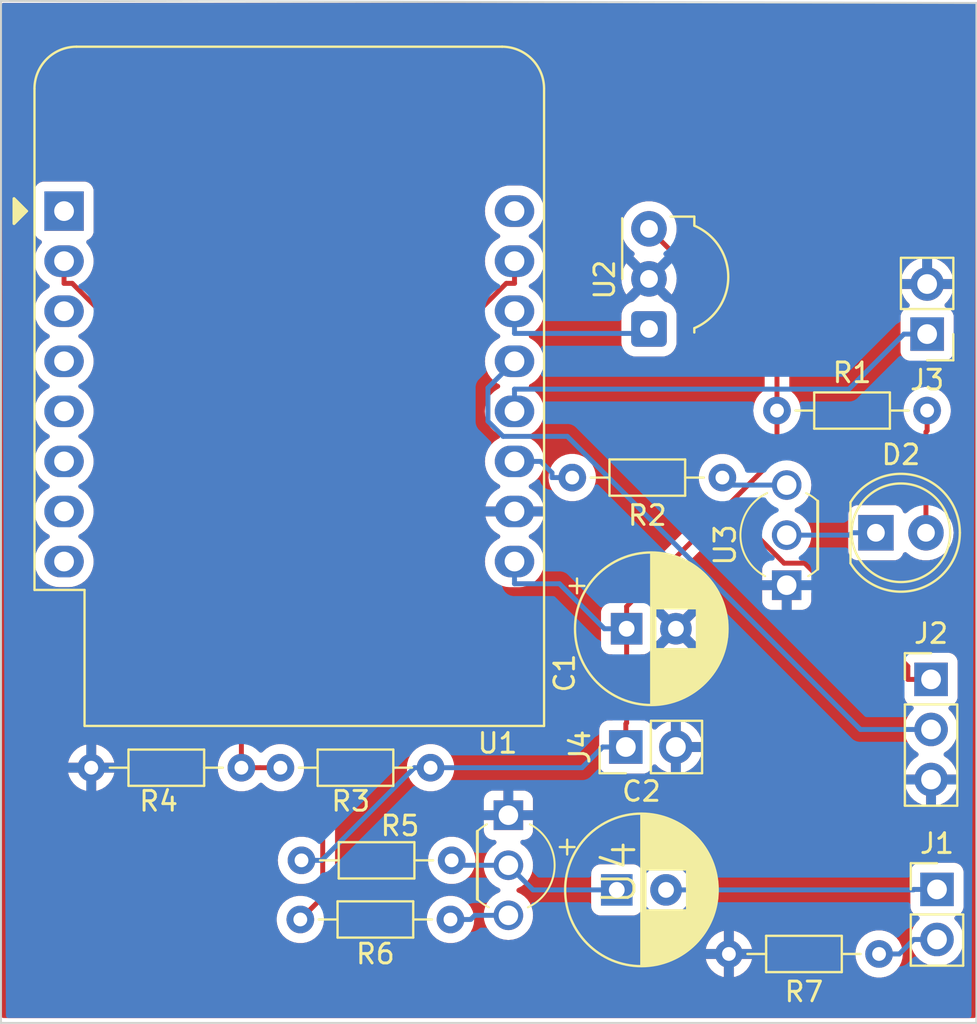
<source format=kicad_pcb>
(kicad_pcb (version 20221018) (generator pcbnew)
  (title_block (comment 4 "AISLER Project ID: QRQNUXDJ"))
  (layers (0 "F.Cu" signal) (31 "B.Cu" signal) (34 "B.Paste" user) (35 "F.Paste" user) (36 "B.SilkS" user "B.Silkscreen") (37 "F.SilkS" user "F.Silkscreen") (38 "B.Mask" user) (39 "F.Mask" user) (44 "Edge.Cuts" user))
  (net 0 "")
  (net 1 "+5V")
  (net 2 "GND")
  (net 3 "Net-(D2-K)")
  (net 4 "Net-(D2-A)")
  (net 5 "Net-(J2-Pin_2)")
  (net 6 "Net-(J3-Pin_1)")
  (net 7 "Net-(U4-C)")
  (net 8 "Net-(U1-D4)")
  (net 9 "Net-(U1-A0)")
  (net 14 "Net-(U3-B)")
  (net 17 "Net-(U1-SCL{slash}D1)")
  (net 18 "Net-(U1-RX)")
  (net 20 "Net-(J1-Pin_1)")
  (net 21 "Net-(J1-Pin_2)")
  (net 22 "Net-(U4-B)")
  (footprint "Connector_PinHeader_2.54mm:PinHeader_1x02_P2.54mm_Vertical" (layer "F.Cu") (at 113.71 88.75 90)
    (fp_text reference "J4" (at 0 -2.33 90) (layer "F.SilkS"))
    (fp_text value "Conn_01x02" hide)
    (pad "1" thru_hole rect (at 0 0 90) (size 1.7 1.7) (drill 1) (layers "*.Cu" "*.Mask") (net 1 "+5V"))
    (pad "2" thru_hole oval (at 0 2.54 90) (size 1.7 1.7) (drill 1) (layers "*.Cu" "*.Mask") (net 2 "GND"))
  )
  (footprint "Capacitor_THT:CP_Radial_D7.5mm_P2.50mm" (layer "F.Cu") (at 113.75 82.75)
    (fp_text reference "C1" (at -3.15 2.25 90) (layer "F.SilkS"))
    (fp_text value "C_Polarized" hide)
    (pad "1" thru_hole rect (at 0 0) (size 1.6 1.6) (drill 0.8) (layers "*.Cu" "*.Mask") (net 1 "+5V"))
    (pad "2" thru_hole circle (at 2.5 0) (size 1.6 1.6) (drill 0.8) (layers "*.Cu" "*.Mask") (net 2 "GND"))
  )
  (footprint "Connector_PinHeader_2.54mm:PinHeader_1x02_P2.54mm_Vertical" (layer "F.Cu") (at 129 67.8 180)
    (fp_text reference "J3" (at 0 -2.33) (layer "F.SilkS"))
    (fp_text value "Conn_01x02" hide)
    (pad "1" thru_hole rect (at 0 0 180) (size 1.7 1.7) (drill 1) (layers "*.Cu" "*.Mask") (net 6 "Net-(J3-Pin_1)"))
    (pad "2" thru_hole oval (at 0 2.54 180) (size 1.7 1.7) (drill 1) (layers "*.Cu" "*.Mask") (net 2 "GND"))
  )
  (footprint "Connector_PinHeader_2.54mm:PinHeader_1x03_P2.54mm_Vertical" (layer "F.Cu") (at 129.2 85.32)
    (fp_text reference "J2" (at 0 -2.33) (layer "F.SilkS"))
    (fp_text value "Conn_01x03" hide)
    (pad "1" thru_hole rect (at 0 0) (size 1.7 1.7) (drill 1) (layers "*.Cu" "*.Mask") (net 1 "+5V"))
    (pad "2" thru_hole oval (at 0 2.54) (size 1.7 1.7) (drill 1) (layers "*.Cu" "*.Mask") (net 5 "Net-(J2-Pin_2)"))
    (pad "3" thru_hole oval (at 0 5.08) (size 1.7 1.7) (drill 1) (layers "*.Cu" "*.Mask") (net 2 "GND"))
  )
  (footprint "Module:WEMOS_D1_mini_light" (layer "F.Cu") (at 85.2 61.56)
    (fp_text reference "U1" (at 22 27) (layer "F.SilkS"))
    (fp_text value "WeMos_D1_mini")
    (pad "1" thru_hole rect (at 0 0) (size 2 2) (drill 1) (layers "*.Cu" "*.Mask"))
    (pad "2" thru_hole oval (at 0 2.54) (size 2 1.6) (drill 1) (layers "*.Cu" "*.Mask") (net 9 "Net-(U1-A0)"))
    (pad "3" thru_hole oval (at 0 5.08) (size 2 1.6) (drill 1) (layers "*.Cu" "*.Mask"))
    (pad "4" thru_hole oval (at 0 7.62) (size 2 1.6) (drill 1) (layers "*.Cu" "*.Mask"))
    (pad "5" thru_hole oval (at 0 10.16) (size 2 1.6) (drill 1) (layers "*.Cu" "*.Mask"))
    (pad "6" thru_hole oval (at 0 12.7) (size 2 1.6) (drill 1) (layers "*.Cu" "*.Mask"))
    (pad "7" thru_hole oval (at 0 15.24) (size 2 1.6) (drill 1) (layers "*.Cu" "*.Mask"))
    (pad "8" thru_hole oval (at 0 17.78) (size 2 1.6) (drill 1) (layers "*.Cu" "*.Mask"))
    (pad "9" thru_hole oval (at 22.86 17.78) (size 2 1.6) (drill 1) (layers "*.Cu" "*.Mask") (net 1 "+5V"))
    (pad "10" thru_hole oval (at 22.86 15.24) (size 2 1.6) (drill 1) (layers "*.Cu" "*.Mask") (net 2 "GND"))
    (pad "11" thru_hole oval (at 22.86 12.7) (size 2 1.6) (drill 1) (layers "*.Cu" "*.Mask") (net 8 "Net-(U1-D4)"))
    (pad "12" thru_hole oval (at 22.86 10.16) (size 2 1.6) (drill 1) (layers "*.Cu" "*.Mask") (net 6 "Net-(J3-Pin_1)"))
    (pad "13" thru_hole oval (at 22.86 7.62) (size 2 1.6) (drill 1) (layers "*.Cu" "*.Mask") (net 5 "Net-(J2-Pin_2)"))
    (pad "14" thru_hole oval (at 22.86 5.08) (size 2 1.6) (drill 1) (layers "*.Cu" "*.Mask") (net 17 "Net-(U1-SCL{slash}D1)"))
    (pad "15" thru_hole oval (at 22.86 2.54) (size 2 1.6) (drill 1) (layers "*.Cu" "*.Mask") (net 18 "Net-(U1-RX)"))
    (pad "16" thru_hole oval (at 22.86 0) (size 2 1.6) (drill 1) (layers "*.Cu" "*.Mask"))
  )
  (footprint "Connector_PinHeader_2.54mm:PinHeader_1x02_P2.54mm_Vertical" (layer "F.Cu") (at 129.5 95.975)
    (fp_text reference "J1" (at 0 -2.33) (layer "F.SilkS"))
    (fp_text value "Conn_01x02" hide)
    (pad "1" thru_hole rect (at 0 0) (size 1.7 1.7) (drill 1) (layers "*.Cu" "*.Mask") (net 20 "Net-(J1-Pin_1)"))
    (pad "2" thru_hole oval (at 0 2.54) (size 1.7 1.7) (drill 1) (layers "*.Cu" "*.Mask") (net 21 "Net-(J1-Pin_2)"))
  )
  (footprint "OptoDevice:Vishay_MOLD-3Pin" (layer "F.Cu") (at 114.885 67.54 90)
    (fp_text reference "U2" (at 2.5 -2.25 90) (layer "F.SilkS"))
    (fp_text value "TSOP348xx" hide)
    (pad "1" thru_hole roundrect (at 0 0 90) (size 1.8 1.8) (drill 0.9) (layers "*.Cu" "*.Mask") (roundrect_rratio 0.138) (net 17 "Net-(U1-SCL{slash}D1)"))
    (pad "2" thru_hole circle (at 2.54 0 90) (size 1.8 1.8) (drill 0.9) (layers "*.Cu" "*.Mask") (net 2 "GND"))
    (pad "3" thru_hole circle (at 5.08 0 90) (size 1.8 1.8) (drill 0.9) (layers "*.Cu" "*.Mask") (net 1 "+5V"))
  )
  (footprint "Resistor_THT:R_Axial_DIN0204_L3.6mm_D1.6mm_P7.62mm_Horizontal" (layer "F.Cu") (at 121.38 71.68)
    (fp_text reference "R1" (at 3.81 -1.92) (layer "F.SilkS"))
    (fp_text value "R" hide)
    (pad "1" thru_hole circle (at 0 0) (size 1.4 1.4) (drill 0.7) (layers "*.Cu" "*.Mask") (net 1 "+5V"))
    (pad "2" thru_hole oval (at 7.62 0) (size 1.4 1.4) (drill 0.7) (layers "*.Cu" "*.Mask") (net 4 "Net-(D2-A)"))
  )
  (footprint "Resistor_THT:R_Axial_DIN0204_L3.6mm_D1.6mm_P7.62mm_Horizontal" (layer "F.Cu") (at 97.19 97.5)
    (fp_text reference "R5" (at 5.06 -4.75) (layer "F.SilkS"))
    (fp_text value "R" hide)
    (pad "1" thru_hole circle (at 0 0) (size 1.4 1.4) (drill 0.7) (layers "*.Cu" "*.Mask") (net 18 "Net-(U1-RX)"))
    (pad "2" thru_hole oval (at 7.62 0) (size 1.4 1.4) (drill 0.7) (layers "*.Cu" "*.Mask") (net 22 "Net-(U4-B)"))
  )
  (footprint "LED_THT:LED_D5.0mm_IRGrey" (layer "F.Cu") (at 126.4 77.88)
    (fp_text reference "D2" (at 1.27 -3.96) (layer "F.SilkS"))
    (fp_text value "LED" hide)
    (pad "1" thru_hole rect (at 0 0) (size 1.8 1.8) (drill 0.9) (layers "*.Cu" "*.Mask") (net 3 "Net-(D2-K)"))
    (pad "2" thru_hole circle (at 2.54 0) (size 1.8 1.8) (drill 0.9) (layers "*.Cu" "*.Mask") (net 4 "Net-(D2-A)"))
  )
  (footprint "Resistor_THT:R_Axial_DIN0204_L3.6mm_D1.6mm_P7.62mm_Horizontal" (layer "F.Cu") (at 126.56 99.25 180)
    (fp_text reference "R7" (at 3.81 -1.92) (layer "F.SilkS"))
    (fp_text value "R" hide)
    (pad "1" thru_hole circle (at 0 0 180) (size 1.4 1.4) (drill 0.7) (layers "*.Cu" "*.Mask") (net 21 "Net-(J1-Pin_2)"))
    (pad "2" thru_hole oval (at 7.62 0 180) (size 1.4 1.4) (drill 0.7) (layers "*.Cu" "*.Mask") (net 2 "GND"))
  )
  (footprint "kicadtmp1:TO254P508X787-3" (layer "F.Cu") (at 107.75 97.29 -90)
    (fp_text reference "U4" (at -2.160135 -5.616385 90) (layer "F.SilkS") (effects (font (size 1.640874 1.640874))))
    (fp_text value "BC637" hide)
    (pad "1" thru_hole rect (at -5.08 0 270) (size 1.4986 1.4986) (drill 0.9906) (layers "*.Cu" "*.Mask") (net 2 "GND"))
    (pad "2" thru_hole circle (at -2.54 0 270) (size 1.4986 1.4986) (drill 0.9906) (layers "*.Cu" "*.Mask") (net 7 "Net-(U4-C)"))
    (pad "3" thru_hole circle (at 0 0 270) (size 1.4986 1.4986) (drill 0.9906) (layers "*.Cu" "*.Mask") (net 22 "Net-(U4-B)"))
  )
  (footprint "Resistor_THT:R_Axial_DIN0204_L3.6mm_D1.6mm_P7.62mm_Horizontal" (layer "F.Cu") (at 118.61 75.08 180)
    (fp_text reference "R2" (at 3.81 -1.92) (layer "F.SilkS"))
    (fp_text value "R" hide)
    (pad "1" thru_hole circle (at 0 0 180) (size 1.4 1.4) (drill 0.7) (layers "*.Cu" "*.Mask") (net 14 "Net-(U3-B)"))
    (pad "2" thru_hole oval (at 7.62 0 180) (size 1.4 1.4) (drill 0.7) (layers "*.Cu" "*.Mask") (net 8 "Net-(U1-D4)"))
  )
  (footprint "Resistor_THT:R_Axial_DIN0204_L3.6mm_D1.6mm_P7.62mm_Horizontal" (layer "F.Cu") (at 104.87 94.5 180)
    (fp_text reference "R6" (at 3.87 -4.75) (layer "F.SilkS"))
    (fp_text value "R" hide)
    (pad "1" thru_hole circle (at 0 0 180) (size 1.4 1.4) (drill 0.7) (layers "*.Cu" "*.Mask") (net 7 "Net-(U4-C)"))
    (pad "2" thru_hole oval (at 7.62 0 180) (size 1.4 1.4) (drill 0.7) (layers "*.Cu" "*.Mask") (net 1 "+5V"))
  )
  (footprint "Resistor_THT:R_Axial_DIN0204_L3.6mm_D1.6mm_P7.62mm_Horizontal" (layer "F.Cu") (at 103.8 89.8 180)
    (fp_text reference "R3" (at 4.05 -1.7) (layer "F.SilkS"))
    (fp_text value "R" hide)
    (pad "1" thru_hole circle (at 0 0 180) (size 1.4 1.4) (drill 0.7) (layers "*.Cu" "*.Mask") (net 1 "+5V"))
    (pad "2" thru_hole oval (at 7.62 0 180) (size 1.4 1.4) (drill 0.7) (layers "*.Cu" "*.Mask") (net 9 "Net-(U1-A0)"))
  )
  (footprint "kicadtmp1:TO254P508X787-3" (layer "F.Cu") (at 121.8728 75.46 90)
    (fp_text reference "U3" (at -3.04 -3.1228 90) (layer "F.SilkS") (effects (font (size 1.040874 1.040874))))
    (fp_text value "BC637" hide)
    (pad "1" thru_hole rect (at -5.08 0 90) (size 1.4986 1.4986) (drill 0.9906) (layers "*.Cu" "*.Mask") (net 2 "GND"))
    (pad "2" thru_hole circle (at -2.54 0 90) (size 1.4986 1.4986) (drill 0.9906) (layers "*.Cu" "*.Mask") (net 3 "Net-(D2-K)"))
    (pad "3" thru_hole circle (at 0 0 90) (size 1.4986 1.4986) (drill 0.9906) (layers "*.Cu" "*.Mask") (net 14 "Net-(U3-B)"))
  )
  (footprint "Resistor_THT:R_Axial_DIN0204_L3.6mm_D1.6mm_P7.62mm_Horizontal" (layer "F.Cu") (at 94.2 89.8 180)
    (fp_text reference "R4" (at 4.2 -1.7) (layer "F.SilkS"))
    (fp_text value "R" hide)
    (pad "1" thru_hole circle (at 0 0 180) (size 1.4 1.4) (drill 0.7) (layers "*.Cu" "*.Mask") (net 9 "Net-(U1-A0)"))
    (pad "2" thru_hole oval (at 7.62 0 180) (size 1.4 1.4) (drill 0.7) (layers "*.Cu" "*.Mask") (net 2 "GND"))
  )
  (footprint "Capacitor_THT:CP_Radial_D7.5mm_P2.50mm" (layer "F.Cu") (at 113.25 96)
    (fp_text reference "C2" (at 1.25 -5) (layer "F.SilkS"))
    (fp_text value "C_Polarized" hide)
    (pad "1" thru_hole rect (at 0 0) (size 1.6 1.6) (drill 0.8) (layers "*.Cu" "*.Mask") (net 7 "Net-(U4-C)"))
    (pad "2" thru_hole circle (at 2.5 0) (size 1.6 1.6) (drill 0.8) (layers "*.Cu" "*.Mask") (net 20 "Net-(J1-Pin_1)"))
  )
  (gr_line (start 131.5 102.75) (end 82 102.75) (stroke (width 0.1)) (layer "Edge.Cuts"))
  (gr_line (start 131.5 51) (end 131.5 102.75) (stroke (width 0.1)) (layer "Edge.Cuts"))
  (gr_line (start 82 102.75) (end 82 50.9) (stroke (width 0.1)) (layer "Edge.Cuts"))
  (gr_line (start 82 50.9) (end 131.5 51) (stroke (width 0.1)) (layer "Edge.Cuts"))
  (segment (start 129.2 85.32) (end 128.0231 85.32) (width 0.25) (layer "F.Cu") (net 1))
  (segment (start 113.75 87.5331) (end 113.75 82.75) (width 0.25) (layer "F.Cu") (net 1))
  (segment (start 122.7883 79.4232) (end 128.0231 84.658) (width 0.25) (layer "F.Cu") (net 1))
  (segment (start 118.8454 76.5277) (end 121.7408 79.4232) (width 0.25) (layer "F.Cu") (net 1))
  (segment (start 128.0231 84.658) (end 128.0231 85.32) (width 0.25) (layer "F.Cu") (net 1))
  (segment (start 113.75 82.75) (end 113.75 81.6231) (width 0.25) (layer "F.Cu") (net 1))
  (segment (start 118.8454 76.5277) (end 121.38 73.9931) (width 0.25) (layer "F.Cu") (net 1))
  (segment (start 113.75 81.6231) (end 118.8454 76.5277) (width 0.25) (layer "F.Cu") (net 1))
  (segment (start 121.38 68.955) (end 121.38 71.68) (width 0.25) (layer "F.Cu") (net 1))
  (segment (start 121.38 73.9931) (end 121.38 71.68) (width 0.25) (layer "F.Cu") (net 1))
  (segment (start 113.71 88.75) (end 113.71 87.5731) (width 0.25) (layer "F.Cu") (net 1))
  (segment (start 113.71 87.5731) (end 113.75 87.5331) (width 0.25) (layer "F.Cu") (net 1))
  (segment (start 114.885 62.46) (end 121.38 68.955) (width 0.25) (layer "F.Cu") (net 1))
  (segment (start 121.7408 79.4232) (end 122.7883 79.4232) (width 0.25) (layer "F.Cu") (net 1))
  (segment (start 103.8 89.8) (end 111.4831 89.8) (width 0.25) (layer "B.Cu") (net 1))
  (segment (start 113.71 88.75) (end 112.5331 88.75) (width 0.25) (layer "B.Cu") (net 1))
  (segment (start 97.25 94.5) (end 98.2769 94.5) (width 0.25) (layer "B.Cu") (net 1))
  (segment (start 98.2769 94.5) (end 102.9769 89.8) (width 0.25) (layer "B.Cu") (net 1))
  (segment (start 111.4831 89.8) (end 112.5331 88.75) (width 0.25) (layer "B.Cu") (net 1))
  (segment (start 110.34 80.4669) (end 112.6231 82.75) (width 0.25) (layer "B.Cu") (net 1))
  (segment (start 108.06 80.4669) (end 110.34 80.4669) (width 0.25) (layer "B.Cu") (net 1))
  (segment (start 113.75 82.75) (end 112.6231 82.75) (width 0.25) (layer "B.Cu") (net 1))
  (segment (start 108.06 79.34) (end 108.06 80.4669) (width 0.25) (layer "B.Cu") (net 1))
  (segment (start 102.9769 89.8) (end 103.8 89.8) (width 0.25) (layer "B.Cu") (net 1))
  (segment (start 121.8728 78) (end 125.0531 78) (width 0.25) (layer "B.Cu") (net 3))
  (segment (start 125.0531 78) (end 125.1731 77.88) (width 0.25) (layer "B.Cu") (net 3))
  (segment (start 126.4 77.88) (end 125.1731 77.88) (width 0.25) (layer "B.Cu") (net 3))
  (segment (start 128.94 72.7669) (end 129 72.7069) (width 0.25) (layer "F.Cu") (net 4))
  (segment (start 129 71.68) (end 129 72.7069) (width 0.25) (layer "F.Cu") (net 4))
  (segment (start 128.94 77.88) (end 128.94 72.7669) (width 0.25) (layer "F.Cu") (net 4))
  (segment (start 106.7125 70.5275) (end 108.06 69.18) (width 0.25) (layer "B.Cu") (net 5))
  (segment (start 125.6115 87.86) (end 110.7415 72.99) (width 0.25) (layer "B.Cu") (net 5))
  (segment (start 106.7125 72.2194) (end 106.7125 70.5275) (width 0.25) (layer "B.Cu") (net 5))
  (segment (start 107.4831 72.99) (end 106.7125 72.2194) (width 0.25) (layer "B.Cu") (net 5))
  (segment (start 129.2 87.86) (end 125.6115 87.86) (width 0.25) (layer "B.Cu") (net 5))
  (segment (start 110.7415 72.99) (end 107.4831 72.99) (width 0.25) (layer "B.Cu") (net 5))
  (segment (start 129 67.8) (end 127.8231 67.8) (width 0.25) (layer "B.Cu") (net 6))
  (segment (start 108.06 70.5931) (end 125.03 70.5931) (width 0.25) (layer "B.Cu") (net 6))
  (segment (start 108.06 71.72) (end 108.06 70.5931) (width 0.25) (layer "B.Cu") (net 6))
  (segment (start 125.03 70.5931) (end 127.8231 67.8) (width 0.25) (layer "B.Cu") (net 6))
  (segment (start 107.75 94.75) (end 105.12 94.75) (width 0.25) (layer "B.Cu") (net 7))
  (segment (start 109 96) (end 113.25 96) (width 0.25) (layer "B.Cu") (net 7))
  (segment (start 107.75 94.75) (end 109 96) (width 0.25) (layer "B.Cu") (net 7))
  (segment (start 105.12 94.75) (end 104.87 94.5) (width 0.25) (layer "B.Cu") (net 7))
  (segment (start 108.06 74.26) (end 109.3869 74.26) (width 0.25) (layer "B.Cu") (net 8))
  (segment (start 109.9631 75.08) (end 109.9631 74.8362) (width 0.25) (layer "B.Cu") (net 8))
  (segment (start 109.9631 74.8362) (end 109.3869 74.26) (width 0.25) (layer "B.Cu") (net 8))
  (segment (start 110.99 75.08) (end 109.9631 75.08) (width 0.25) (layer "B.Cu") (net 8))
  (segment (start 94.2 73.81) (end 85.6169 65.2269) (width 0.25) (layer "F.Cu") (net 9))
  (segment (start 85.6169 65.2269) (end 85.2 65.2269) (width 0.25) (layer "F.Cu") (net 9))
  (segment (start 94.2 89.8) (end 95.1531 89.8) (width 0.25) (layer "F.Cu") (net 9))
  (segment (start 96.18 89.8) (end 95.1531 89.8) (width 0.25) (layer "F.Cu") (net 9))
  (segment (start 85.2 64.1) (end 85.2 65.2269) (width 0.25) (layer "F.Cu") (net 9))
  (segment (start 94.2 89.8) (end 94.2 73.81) (width 0.25) (layer "F.Cu") (net 9))
  (segment (start 118.99 75.46) (end 118.61 75.08) (width 0.25) (layer "B.Cu") (net 14))
  (segment (start 121.8728 75.46) (end 118.99 75.46) (width 0.25) (layer "B.Cu") (net 14))
  (segment (start 114.6581 67.7669) (end 108.06 67.7669) (width 0.25) (layer "B.Cu") (net 17))
  (segment (start 114.885 67.54) (end 114.6581 67.7669) (width 0.25) (layer "B.Cu") (net 17))
  (segment (start 108.06 66.64) (end 108.06 67.7669) (width 0.25) (layer "B.Cu") (net 17))
  (segment (start 107.6431 65.2269) (end 108.06 65.2269) (width 0.25) (layer "F.Cu") (net 18))
  (segment (start 108.06 64.1) (end 108.06 65.2269) (width 0.25) (layer "F.Cu") (net 18))
  (segment (start 98.3274 74.5426) (end 107.6431 65.2269) (width 0.25) (layer "F.Cu") (net 18))
  (segment (start 98.3274 96.3626) (end 98.3274 74.5426) (width 0.25) (layer "F.Cu") (net 18))
  (segment (start 97.19 97.5) (end 98.3274 96.3626) (width 0.25) (layer "F.Cu") (net 18))
  (segment (start 115.75 96) (end 128.2981 96) (width 0.25) (layer "B.Cu") (net 20))
  (segment (start 129.5 95.975) (end 128.3231 95.975) (width 0.25) (layer "B.Cu") (net 20))
  (segment (start 128.2981 96) (end 128.3231 95.975) (width 0.25) (layer "B.Cu") (net 20))
  (segment (start 129.5 98.515) (end 128.3231 98.515) (width 0.25) (layer "B.Cu") (net 21))
  (segment (start 127.5881 99.25) (end 128.3231 98.515) (width 0.25) (layer "B.Cu") (net 21))
  (segment (start 126.56 99.25) (end 127.5881 99.25) (width 0.25) (layer "B.Cu") (net 21))
  (segment (start 104.81 97.5) (end 105.8369 97.5) (width 0.25) (layer "B.Cu") (net 22))
  (segment (start 106.0469 97.29) (end 105.8369 97.5) (width 0.25) (layer "B.Cu") (net 22))
  (segment (start 107.75 97.29) (end 106.0469 97.29) (width 0.25) (layer "B.Cu") (net 22))
  (zone (net 2) (net_name "GND") (layer "F.Cu") (priority 1) (connect_pads (clearance 0.5)) (min_thickness 0.25) (fill yes (thermal_gap 0.5) (thermal_bridge_width 0.5))
    (polygon (pts (xy 131.5 51) (xy 82 51) (xy 82 102.5) (xy 131.5 102.5)))
  )
  (zone (net 2) (net_name "GND") (layer "B.Cu") (connect_pads (clearance 0.5)) (min_thickness 0.25) (fill yes (thermal_gap 0.5) (thermal_bridge_width 0.5))
    (polygon (pts (xy 131.5 51) (xy 82 51) (xy 82.25 102.5) (xy 131.25 102.5)))
  )
)
</source>
